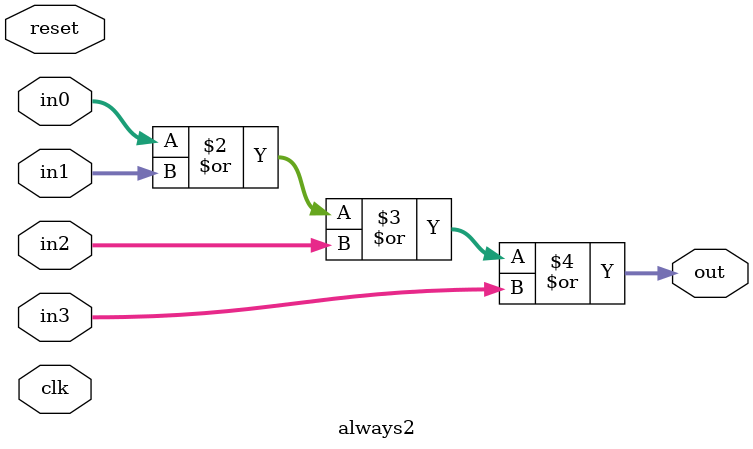
<source format=v>
module always2
  (input wire       reset,
   input wire       clk,
   input wire [7:0] in0, in1, in2, in3,
   output reg [7:0] out);

   always @* begin
      out = in0 | in1 | in2 | in3;
   end

endmodule

</source>
